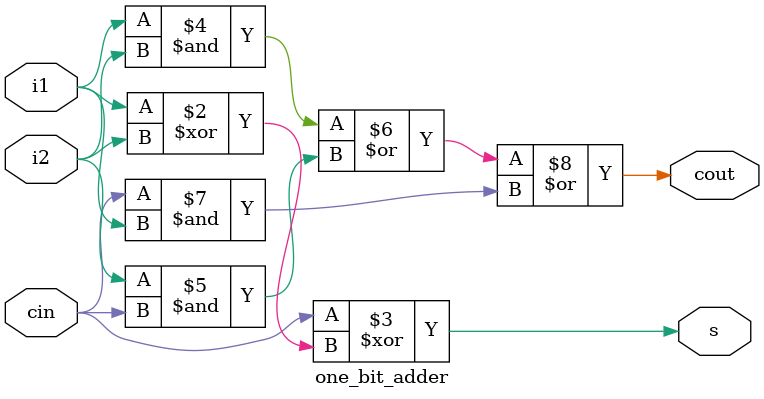
<source format=v>
`timescale 1ns/1ns

module one_bit_adder(i1,i2,cin,s,cout);

input wire i1,i2,cin;
output reg  s,cout;

always @(i1 or i2 or cin)
begin
     s = cin^(i1^i2);
     cout= (i1&i2)| (i2&cin) | (cin & i1);
end


endmodule
</source>
